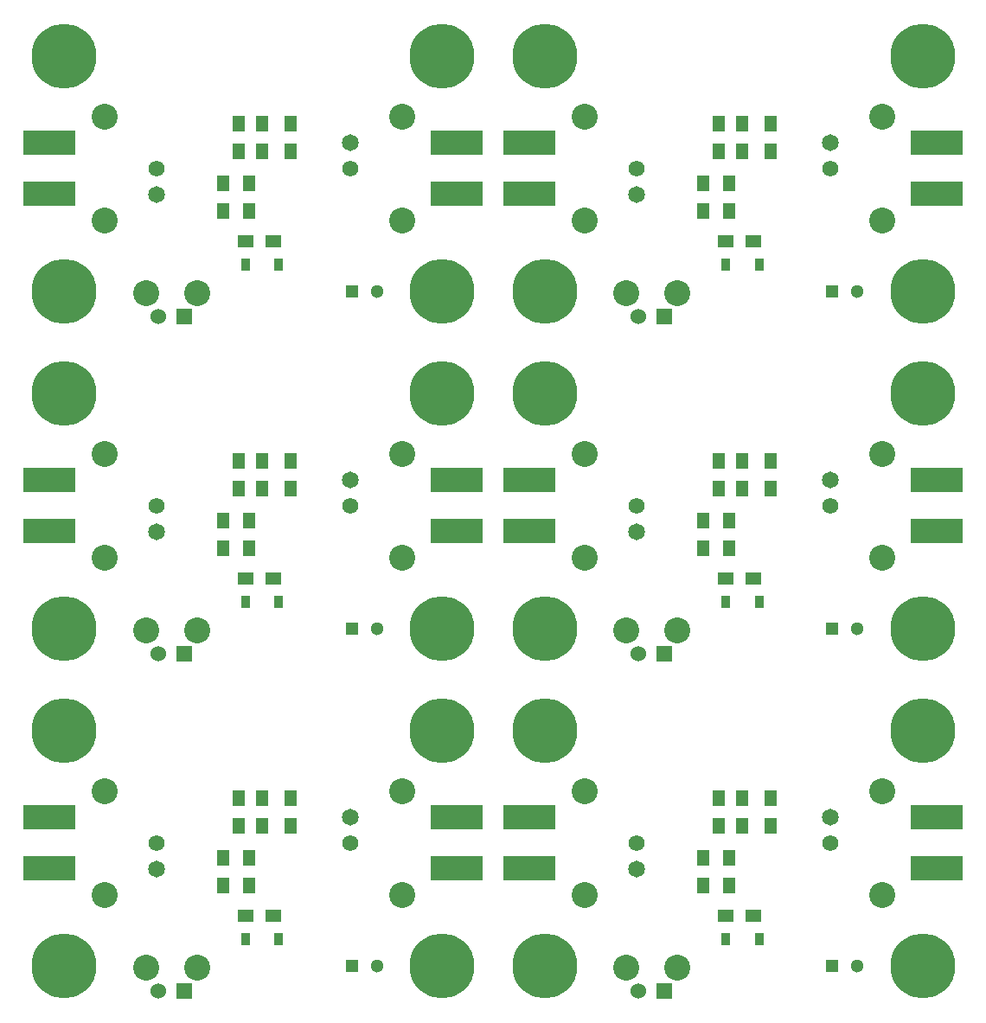
<source format=gbs>
%MOIN*%
%OFA0B0*%
%FSLAX46Y46*%
%IPPOS*%
%LPD*%
%ADD10C,0.1*%
%ADD11C,0.25*%
%ADD12C,0.062*%
%ADD13C,0.065*%
%ADD14R,0.035800000000000005X0.048000000000000008*%
%ADD15R,0.060000000000000005X0.060000000000000005*%
%ADD16C,0.060000000000000005*%
%ADD17R,0.051181102362204731X0.051181102362204731*%
%ADD18C,0.051181102362204731*%
%ADD19R,0.051181102362204731X0.059055118110236227*%
%ADD20R,0.059055118110236227X0.051181102362204731*%
%ADD21R,0.2X0.095*%
%ADD32C,0.1*%
%ADD33C,0.25*%
%ADD34C,0.062*%
%ADD35C,0.065*%
%ADD36R,0.035800000000000005X0.048000000000000008*%
%ADD37R,0.060000000000000005X0.060000000000000005*%
%ADD38C,0.060000000000000005*%
%ADD39R,0.051181102362204731X0.051181102362204731*%
%ADD40C,0.051181102362204731*%
%ADD41R,0.051181102362204731X0.059055118110236227*%
%ADD42R,0.059055118110236227X0.051181102362204731*%
%ADD43R,0.2X0.095*%
%ADD44C,0.1*%
%ADD45C,0.25*%
%ADD46C,0.062*%
%ADD47C,0.065*%
%ADD48R,0.035800000000000005X0.048000000000000008*%
%ADD49R,0.060000000000000005X0.060000000000000005*%
%ADD50C,0.060000000000000005*%
%ADD51R,0.051181102362204731X0.051181102362204731*%
%ADD52C,0.051181102362204731*%
%ADD53R,0.051181102362204731X0.059055118110236227*%
%ADD54R,0.059055118110236227X0.051181102362204731*%
%ADD55R,0.2X0.095*%
%ADD56C,0.1*%
%ADD57C,0.25*%
%ADD58C,0.062*%
%ADD59C,0.065*%
%ADD60R,0.035800000000000005X0.048000000000000008*%
%ADD61R,0.060000000000000005X0.060000000000000005*%
%ADD62C,0.060000000000000005*%
%ADD63R,0.051181102362204731X0.051181102362204731*%
%ADD64C,0.051181102362204731*%
%ADD65R,0.051181102362204731X0.059055118110236227*%
%ADD66R,0.059055118110236227X0.051181102362204731*%
%ADD67R,0.2X0.095*%
%ADD68C,0.1*%
%ADD69C,0.25*%
%ADD70C,0.062*%
%ADD71C,0.065*%
%ADD72R,0.035800000000000005X0.048000000000000008*%
%ADD73R,0.060000000000000005X0.060000000000000005*%
%ADD74C,0.060000000000000005*%
%ADD75R,0.051181102362204731X0.051181102362204731*%
%ADD76C,0.051181102362204731*%
%ADD77R,0.051181102362204731X0.059055118110236227*%
%ADD78R,0.059055118110236227X0.051181102362204731*%
%ADD79R,0.2X0.095*%
%ADD80C,0.1*%
%ADD81C,0.25*%
%ADD82C,0.062*%
%ADD83C,0.065*%
%ADD84R,0.035800000000000005X0.048000000000000008*%
%ADD85R,0.060000000000000005X0.060000000000000005*%
%ADD86C,0.060000000000000005*%
%ADD87R,0.051181102362204731X0.051181102362204731*%
%ADD88C,0.051181102362204731*%
%ADD89R,0.051181102362204731X0.059055118110236227*%
%ADD90R,0.059055118110236227X0.051181102362204731*%
%ADD91R,0.2X0.095*%
G01*
D10*
X0000000000Y0001221653D02*
X0000670000Y0000151653D03*
X0000473149Y0000151653D03*
D11*
X0000157480Y0000157480D03*
X0001614173Y0001062992D03*
X0000157480Y0001062992D03*
D12*
X0000511811Y0000629921D03*
D13*
X0000511811Y0000529921D03*
D10*
X0000311811Y0000429921D03*
X0000311811Y0000829921D03*
D11*
X0001614173Y0000157480D03*
D12*
X0001259842Y0000629921D03*
D13*
X0001259842Y0000729921D03*
D10*
X0001459842Y0000829921D03*
X0001459842Y0000429921D03*
D14*
X0000984400Y0000261653D03*
X0000855600Y0000261653D03*
D15*
X0000620000Y0000061653D03*
D16*
X0000520000Y0000061653D03*
D17*
X0001265000Y0000156653D03*
D18*
X0001363425Y0000156653D03*
D19*
X0000870000Y0000468503D03*
X0000870000Y0000574803D03*
X0000770000Y0000468503D03*
X0000770000Y0000574803D03*
X0001030000Y0000804803D03*
X0001030000Y0000698503D03*
X0000920000Y0000804803D03*
X0000920000Y0000698503D03*
X0000830000Y0000804803D03*
X0000830000Y0000698503D03*
D20*
X0000856850Y0000351653D03*
X0000963149Y0000351653D03*
D21*
X0000100000Y0000533228D03*
X0000100000Y0000730078D03*
X0001670000Y0000730078D03*
X0001670000Y0000533228D03*
G04 next file*
G04 Gerber Fmt 4.6, Leading zero omitted, Abs format (unit mm)*
G04 Created by KiCad (PCBNEW (5.1.10)-1) date 2021-09-19 13:47:21*
G01*
G04 APERTURE LIST*
G04 APERTURE END LIST*
D32*
X0001850393Y0001221653D02*
X0002520393Y0000151653D03*
X0002323543Y0000151653D03*
D33*
X0002007874Y0000157480D03*
X0003464566Y0001062992D03*
X0002007874Y0001062992D03*
D34*
X0002362204Y0000629921D03*
D35*
X0002362204Y0000529921D03*
D32*
X0002162204Y0000429921D03*
X0002162204Y0000829921D03*
D33*
X0003464566Y0000157480D03*
D34*
X0003110236Y0000629921D03*
D35*
X0003110236Y0000729921D03*
D32*
X0003310236Y0000829921D03*
X0003310236Y0000429921D03*
D36*
X0002834793Y0000261653D03*
X0002705993Y0000261653D03*
D37*
X0002470393Y0000061653D03*
D38*
X0002370393Y0000061653D03*
D39*
X0003115393Y0000156653D03*
D40*
X0003213818Y0000156653D03*
D41*
X0002720393Y0000468503D03*
X0002720393Y0000574803D03*
X0002620393Y0000468503D03*
X0002620393Y0000574803D03*
X0002880393Y0000804803D03*
X0002880393Y0000698503D03*
X0002770393Y0000804803D03*
X0002770393Y0000698503D03*
X0002680393Y0000804803D03*
X0002680393Y0000698503D03*
D42*
X0002707244Y0000351653D03*
X0002813543Y0000351653D03*
D43*
X0001950393Y0000533228D03*
X0001950393Y0000730078D03*
X0003520393Y0000730078D03*
X0003520393Y0000533228D03*
G04 next file*
G04 Gerber Fmt 4.6, Leading zero omitted, Abs format (unit mm)*
G04 Created by KiCad (PCBNEW (5.1.10)-1) date 2021-09-19 13:47:21*
G01*
G04 APERTURE LIST*
G04 APERTURE END LIST*
D44*
X0000000000Y0002522047D02*
X0000670000Y0001452047D03*
X0000473149Y0001452047D03*
D45*
X0000157480Y0001457874D03*
X0001614173Y0002363385D03*
X0000157480Y0002363385D03*
D46*
X0000511811Y0001930314D03*
D47*
X0000511811Y0001830314D03*
D44*
X0000311811Y0001730314D03*
X0000311811Y0002130314D03*
D45*
X0001614173Y0001457874D03*
D46*
X0001259842Y0001930314D03*
D47*
X0001259842Y0002030314D03*
D44*
X0001459842Y0002130314D03*
X0001459842Y0001730314D03*
D48*
X0000984400Y0001562047D03*
X0000855600Y0001562047D03*
D49*
X0000620000Y0001362047D03*
D50*
X0000520000Y0001362047D03*
D51*
X0001265000Y0001457047D03*
D52*
X0001363425Y0001457047D03*
D53*
X0000870000Y0001768897D03*
X0000870000Y0001875196D03*
X0000770000Y0001768897D03*
X0000770000Y0001875196D03*
X0001030000Y0002105196D03*
X0001030000Y0001998897D03*
X0000920000Y0002105196D03*
X0000920000Y0001998897D03*
X0000830000Y0002105196D03*
X0000830000Y0001998897D03*
D54*
X0000856850Y0001652047D03*
X0000963149Y0001652047D03*
D55*
X0000100000Y0001833622D03*
X0000100000Y0002030472D03*
X0001670000Y0002030472D03*
X0001670000Y0001833622D03*
G04 next file*
G04 Gerber Fmt 4.6, Leading zero omitted, Abs format (unit mm)*
G04 Created by KiCad (PCBNEW (5.1.10)-1) date 2021-09-19 13:47:21*
G01*
G04 APERTURE LIST*
G04 APERTURE END LIST*
D56*
X0000000000Y0003822440D02*
X0000670000Y0002752440D03*
X0000473149Y0002752440D03*
D57*
X0000157480Y0002758267D03*
X0001614173Y0003663779D03*
X0000157480Y0003663779D03*
D58*
X0000511811Y0003230708D03*
D59*
X0000511811Y0003130708D03*
D56*
X0000311811Y0003030708D03*
X0000311811Y0003430708D03*
D57*
X0001614173Y0002758267D03*
D58*
X0001259842Y0003230708D03*
D59*
X0001259842Y0003330708D03*
D56*
X0001459842Y0003430708D03*
X0001459842Y0003030708D03*
D60*
X0000984400Y0002862440D03*
X0000855600Y0002862440D03*
D61*
X0000620000Y0002662440D03*
D62*
X0000520000Y0002662440D03*
D63*
X0001265000Y0002757440D03*
D64*
X0001363425Y0002757440D03*
D65*
X0000870000Y0003069291D03*
X0000870000Y0003175590D03*
X0000770000Y0003069291D03*
X0000770000Y0003175590D03*
X0001030000Y0003405590D03*
X0001030000Y0003299291D03*
X0000920000Y0003405590D03*
X0000920000Y0003299291D03*
X0000830000Y0003405590D03*
X0000830000Y0003299291D03*
D66*
X0000856850Y0002952440D03*
X0000963149Y0002952440D03*
D67*
X0000100000Y0003134015D03*
X0000100000Y0003330866D03*
X0001670000Y0003330866D03*
X0001670000Y0003134015D03*
G04 next file*
G04 Gerber Fmt 4.6, Leading zero omitted, Abs format (unit mm)*
G04 Created by KiCad (PCBNEW (5.1.10)-1) date 2021-09-19 13:47:21*
G01*
G04 APERTURE LIST*
G04 APERTURE END LIST*
D68*
X0001850393Y0002522047D02*
X0002520393Y0001452047D03*
X0002323543Y0001452047D03*
D69*
X0002007874Y0001457874D03*
X0003464566Y0002363385D03*
X0002007874Y0002363385D03*
D70*
X0002362204Y0001930314D03*
D71*
X0002362204Y0001830314D03*
D68*
X0002162204Y0001730314D03*
X0002162204Y0002130314D03*
D69*
X0003464566Y0001457874D03*
D70*
X0003110236Y0001930314D03*
D71*
X0003110236Y0002030314D03*
D68*
X0003310236Y0002130314D03*
X0003310236Y0001730314D03*
D72*
X0002834793Y0001562047D03*
X0002705993Y0001562047D03*
D73*
X0002470393Y0001362047D03*
D74*
X0002370393Y0001362047D03*
D75*
X0003115393Y0001457047D03*
D76*
X0003213818Y0001457047D03*
D77*
X0002720393Y0001768897D03*
X0002720393Y0001875196D03*
X0002620393Y0001768897D03*
X0002620393Y0001875196D03*
X0002880393Y0002105196D03*
X0002880393Y0001998897D03*
X0002770393Y0002105196D03*
X0002770393Y0001998897D03*
X0002680393Y0002105196D03*
X0002680393Y0001998897D03*
D78*
X0002707244Y0001652047D03*
X0002813543Y0001652047D03*
D79*
X0001950393Y0001833622D03*
X0001950393Y0002030472D03*
X0003520393Y0002030472D03*
X0003520393Y0001833622D03*
G04 next file*
G04 Gerber Fmt 4.6, Leading zero omitted, Abs format (unit mm)*
G04 Created by KiCad (PCBNEW (5.1.10)-1) date 2021-09-19 13:47:21*
G01*
G04 APERTURE LIST*
G04 APERTURE END LIST*
D80*
X0001850393Y0003822440D02*
X0002520393Y0002752440D03*
X0002323543Y0002752440D03*
D81*
X0002007874Y0002758267D03*
X0003464566Y0003663779D03*
X0002007874Y0003663779D03*
D82*
X0002362204Y0003230708D03*
D83*
X0002362204Y0003130708D03*
D80*
X0002162204Y0003030708D03*
X0002162204Y0003430708D03*
D81*
X0003464566Y0002758267D03*
D82*
X0003110236Y0003230708D03*
D83*
X0003110236Y0003330708D03*
D80*
X0003310236Y0003430708D03*
X0003310236Y0003030708D03*
D84*
X0002834793Y0002862440D03*
X0002705993Y0002862440D03*
D85*
X0002470393Y0002662440D03*
D86*
X0002370393Y0002662440D03*
D87*
X0003115393Y0002757440D03*
D88*
X0003213818Y0002757440D03*
D89*
X0002720393Y0003069291D03*
X0002720393Y0003175590D03*
X0002620393Y0003069291D03*
X0002620393Y0003175590D03*
X0002880393Y0003405590D03*
X0002880393Y0003299291D03*
X0002770393Y0003405590D03*
X0002770393Y0003299291D03*
X0002680393Y0003405590D03*
X0002680393Y0003299291D03*
D90*
X0002707244Y0002952440D03*
X0002813543Y0002952440D03*
D91*
X0001950393Y0003134015D03*
X0001950393Y0003330866D03*
X0003520393Y0003330866D03*
X0003520393Y0003134015D03*
M02*
</source>
